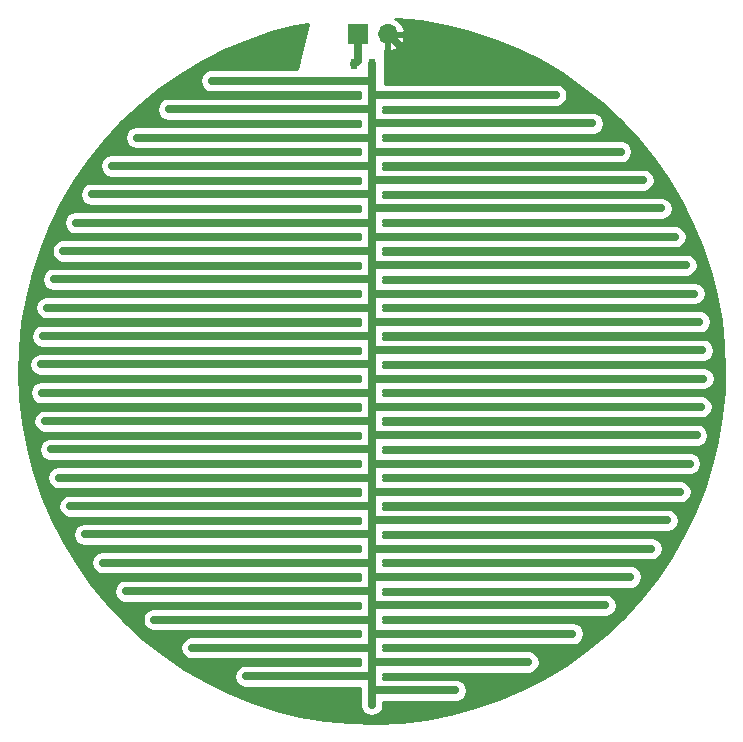
<source format=gbr>
G04 #@! TF.GenerationSoftware,KiCad,Pcbnew,(6.0.0-rc1-dev-135-gb4df06c)*
G04 #@! TF.CreationDate,2018-08-29T17:08:20+03:00*
G04 #@! TF.ProjectId,leaf-moist-sensor,6C6561662D6D6F6973742D73656E736F,rev?*
G04 #@! TF.SameCoordinates,Original*
G04 #@! TF.FileFunction,Copper,L1,Top,Signal*
G04 #@! TF.FilePolarity,Positive*
%FSLAX46Y46*%
G04 Gerber Fmt 4.6, Leading zero omitted, Abs format (unit mm)*
G04 Created by KiCad (PCBNEW (6.0.0-rc1-dev-135-gb4df06c)) date 2018 August 29, Wednesday 17:08:20*
%MOMM*%
%LPD*%
G01*
G04 APERTURE LIST*
G04 #@! TA.AperFunction,SMDPad,CuDef*
%ADD10R,0.500000X0.900000*%
G04 #@! TD*
G04 #@! TA.AperFunction,ComponentPad*
%ADD11O,1.700000X1.700000*%
G04 #@! TD*
G04 #@! TA.AperFunction,ComponentPad*
%ADD12R,1.700000X1.700000*%
G04 #@! TD*
G04 #@! TA.AperFunction,Conductor*
%ADD13C,0.250000*%
G04 #@! TD*
G04 #@! TA.AperFunction,Conductor*
%ADD14C,0.700000*%
G04 #@! TD*
G04 #@! TA.AperFunction,Conductor*
%ADD15C,0.254000*%
G04 #@! TD*
G04 APERTURE END LIST*
D10*
G04 #@! TO.P,R4,2*
G04 #@! TO.N,/EXCITATION*
X132550000Y-60400000D03*
G04 #@! TO.P,R4,1*
G04 #@! TO.N,/SENSOR_TRACK*
X134050000Y-60400000D03*
G04 #@! TD*
D11*
G04 #@! TO.P,P1,2*
G04 #@! TO.N,GND*
X135390000Y-57850000D03*
D12*
G04 #@! TO.P,P1,1*
G04 #@! TO.N,/EXCITATION*
X132850000Y-57850000D03*
G04 #@! TD*
D13*
G04 #@! TO.N,/EXCITATION*
X132550000Y-57550000D02*
X132850000Y-57250000D01*
D14*
X132850000Y-60100000D02*
X132550000Y-60400000D01*
X132850000Y-57850000D02*
X132850000Y-60100000D01*
G04 #@! TO.N,/SENSOR_TRACK*
X134050000Y-62500000D02*
X134050000Y-114600000D01*
X134100000Y-63000000D02*
X149627717Y-63000000D01*
X134100000Y-65400000D02*
X152733035Y-65400000D01*
X134100000Y-67800000D02*
X155117850Y-67800000D01*
X134100000Y-70200000D02*
X157008295Y-70200000D01*
X134100000Y-72600000D02*
X158519459Y-72600000D01*
X134100000Y-75000000D02*
X159718548Y-75000000D01*
X134100000Y-77400000D02*
X160647881Y-77400000D01*
X134100000Y-79800000D02*
X161335088Y-79800000D01*
X134100000Y-82200000D02*
X161798195Y-82200000D01*
X134100000Y-84600000D02*
X162048345Y-84600000D01*
X134100000Y-87000000D02*
X162091249Y-87000000D01*
X134100000Y-89400000D02*
X161927864Y-89400000D01*
X134100000Y-91800000D02*
X161554508Y-91800000D01*
X134100000Y-94200000D02*
X160962427Y-94200000D01*
X134100000Y-96600000D02*
X160136705Y-96600000D01*
X134100000Y-99000000D02*
X159054158Y-99000000D01*
X134100000Y-101400000D02*
X157679440Y-101400000D01*
X134100000Y-103800000D02*
X155957493Y-103800000D01*
X134100000Y-106200000D02*
X153797462Y-106200000D01*
X134100000Y-108600000D02*
X151032513Y-108600000D01*
X134100000Y-111000000D02*
X147287494Y-111000000D01*
X134100000Y-113400000D02*
X141142017Y-113400000D01*
X134050000Y-61800000D02*
X120494558Y-61800000D01*
X134050000Y-64200000D02*
X116857269Y-64200000D01*
X134050000Y-66600000D02*
X114152513Y-66600000D01*
X134050000Y-69000000D02*
X112033870Y-69000000D01*
X134050000Y-71400000D02*
X110343672Y-71400000D01*
X134050000Y-73800000D02*
X108995060Y-73800000D01*
X134050000Y-76200000D02*
X107935062Y-76200000D01*
X134050000Y-78600000D02*
X107129562Y-78600000D01*
X134050000Y-81000000D02*
X106556183Y-81000000D01*
X134050000Y-83400000D02*
X106200583Y-83400000D01*
X134050000Y-85800000D02*
X106054465Y-85800000D01*
X134050000Y-88200000D02*
X106114539Y-88200000D01*
X134050000Y-90600000D02*
X106382149Y-90600000D01*
X134050000Y-93000000D02*
X106863422Y-93000000D01*
X134050000Y-95400000D02*
X107570008Y-95400000D01*
X134050000Y-97800000D02*
X108520605Y-97800000D01*
X134050000Y-100200000D02*
X109743828Y-100200000D01*
X134050000Y-102600000D02*
X111283577Y-102600000D01*
X134050000Y-105000000D02*
X113209894Y-105000000D01*
X134050000Y-107400000D02*
X115643751Y-107400000D01*
X134050000Y-109800000D02*
X118826663Y-109800000D01*
X134050000Y-112200000D02*
X123410921Y-112200000D01*
X134100000Y-63000000D02*
X149627717Y-63000000D01*
X134100000Y-65400000D02*
X152733035Y-65400000D01*
X134100000Y-67800000D02*
X155117850Y-67800000D01*
X134100000Y-70200000D02*
X157008295Y-70200000D01*
X134100000Y-72600000D02*
X158519459Y-72600000D01*
X134100000Y-75000000D02*
X159718548Y-75000000D01*
X134100000Y-77400000D02*
X160647881Y-77400000D01*
X134100000Y-79800000D02*
X161335088Y-79800000D01*
X134100000Y-82200000D02*
X161798195Y-82200000D01*
X134100000Y-84600000D02*
X162048345Y-84600000D01*
X134100000Y-87000000D02*
X162091249Y-87000000D01*
X134100000Y-89400000D02*
X161927864Y-89400000D01*
X134100000Y-91800000D02*
X161554508Y-91800000D01*
X134100000Y-94200000D02*
X160962427Y-94200000D01*
X134100000Y-96600000D02*
X160136705Y-96600000D01*
X134100000Y-99000000D02*
X159054158Y-99000000D01*
X134100000Y-101400000D02*
X157679440Y-101400000D01*
X134100000Y-103800000D02*
X155957493Y-103800000D01*
X134100000Y-106200000D02*
X153797462Y-106200000D01*
X134100000Y-108600000D02*
X151032513Y-108600000D01*
X134100000Y-111000000D02*
X147287494Y-111000000D01*
X134100000Y-113400000D02*
X141142017Y-113400000D01*
X134050000Y-61800000D02*
X120494558Y-61800000D01*
X134050000Y-64200000D02*
X116857269Y-64200000D01*
X134050000Y-66600000D02*
X114152513Y-66600000D01*
X134050000Y-69000000D02*
X112033870Y-69000000D01*
X134050000Y-71400000D02*
X110343672Y-71400000D01*
X134050000Y-73800000D02*
X108995060Y-73800000D01*
X134050000Y-76200000D02*
X107935062Y-76200000D01*
X134050000Y-78600000D02*
X107129562Y-78600000D01*
X134050000Y-81000000D02*
X106556183Y-81000000D01*
X134050000Y-83400000D02*
X106200583Y-83400000D01*
X134050000Y-85800000D02*
X106054465Y-85800000D01*
X134050000Y-88200000D02*
X106114539Y-88200000D01*
X134050000Y-90600000D02*
X106382149Y-90600000D01*
X134050000Y-93000000D02*
X106863422Y-93000000D01*
X134050000Y-95400000D02*
X107570008Y-95400000D01*
X134050000Y-97800000D02*
X108520605Y-97800000D01*
X134050000Y-100200000D02*
X109743828Y-100200000D01*
X134050000Y-102600000D02*
X111283577Y-102600000D01*
X134050000Y-105000000D02*
X113209894Y-105000000D01*
X134050000Y-107400000D02*
X115643751Y-107400000D01*
X134050000Y-109800000D02*
X118826663Y-109800000D01*
X134050000Y-112200000D02*
X123410921Y-112200000D01*
X134050000Y-60400000D02*
X134050000Y-62500000D01*
G04 #@! TO.N,GND*
X136239999Y-58699999D02*
X136249999Y-58699999D01*
X135390000Y-57850000D02*
X136239999Y-58699999D01*
X136249999Y-58699999D02*
X136700000Y-59150000D01*
G04 #@! TD*
D15*
G04 #@! TO.N,GND*
G36*
X136080120Y-56521120D02*
X138204039Y-56742479D01*
X140306695Y-57115126D01*
X142377327Y-57637154D01*
X144405335Y-58305891D01*
X146380341Y-59117914D01*
X148292235Y-60069067D01*
X150131230Y-61154481D01*
X151887915Y-62368601D01*
X153553298Y-63705212D01*
X155118855Y-65157473D01*
X156576572Y-66717950D01*
X157918988Y-68378657D01*
X159139232Y-70131093D01*
X160231059Y-71966289D01*
X161188879Y-73874851D01*
X162007792Y-75847010D01*
X162683604Y-77872672D01*
X163212856Y-79941469D01*
X163592841Y-82042812D01*
X163821612Y-84165944D01*
X163898000Y-86300000D01*
X163848507Y-88018171D01*
X163649401Y-90144291D01*
X163298793Y-92250734D01*
X162798476Y-94326719D01*
X162151013Y-96361619D01*
X161359716Y-98345020D01*
X160428637Y-100266769D01*
X159362540Y-102117030D01*
X158166882Y-103886333D01*
X156847784Y-105565621D01*
X155411997Y-107146299D01*
X153866870Y-108620277D01*
X152220311Y-109980011D01*
X150480749Y-111218539D01*
X148657087Y-112329524D01*
X146758660Y-113307278D01*
X144795185Y-114146797D01*
X142776711Y-114843784D01*
X140713569Y-115394672D01*
X138616321Y-115796641D01*
X136495701Y-116047633D01*
X134362562Y-116146363D01*
X132227823Y-116092327D01*
X130102411Y-115885801D01*
X127997205Y-115527842D01*
X125922979Y-115020283D01*
X123890351Y-114365720D01*
X121909725Y-113567505D01*
X119991237Y-112629723D01*
X118144709Y-111557174D01*
X116379591Y-110355347D01*
X114704917Y-109030395D01*
X113129260Y-107589099D01*
X111660685Y-106038837D01*
X110306708Y-104387542D01*
X109074259Y-102643667D01*
X107969647Y-100816138D01*
X106998525Y-98914310D01*
X106165865Y-96947916D01*
X105475928Y-94927021D01*
X104932245Y-92861970D01*
X104537600Y-90763331D01*
X104294011Y-88641847D01*
X104202727Y-86508377D01*
X104264215Y-84373840D01*
X104478158Y-82249162D01*
X104843464Y-80145217D01*
X105358261Y-78072776D01*
X106019915Y-76042445D01*
X106825039Y-74064617D01*
X107769512Y-72149415D01*
X108848500Y-70306642D01*
X110056480Y-68545729D01*
X111387270Y-66875691D01*
X112834057Y-65305075D01*
X114389437Y-63841920D01*
X116045448Y-62493715D01*
X117793614Y-61267361D01*
X119624987Y-60169135D01*
X121530194Y-59204658D01*
X123499483Y-58378867D01*
X125522774Y-57695988D01*
X127589710Y-57159517D01*
X128687051Y-56957127D01*
X127744155Y-60823000D01*
X120398335Y-60823000D01*
X120113352Y-60879687D01*
X119790181Y-61095623D01*
X119574245Y-61418794D01*
X119498418Y-61800000D01*
X119574245Y-62181206D01*
X119790181Y-62504377D01*
X120113352Y-62720313D01*
X120398335Y-62777000D01*
X133073000Y-62777000D01*
X133073000Y-63223000D01*
X116761046Y-63223000D01*
X116476063Y-63279687D01*
X116152892Y-63495623D01*
X115936956Y-63818794D01*
X115861129Y-64200000D01*
X115936956Y-64581206D01*
X116152892Y-64904377D01*
X116476063Y-65120313D01*
X116761046Y-65177000D01*
X133073000Y-65177000D01*
X133073000Y-65623000D01*
X114056290Y-65623000D01*
X113771307Y-65679687D01*
X113448136Y-65895623D01*
X113232200Y-66218794D01*
X113156373Y-66600000D01*
X113232200Y-66981206D01*
X113448136Y-67304377D01*
X113771307Y-67520313D01*
X114056290Y-67577000D01*
X133073000Y-67577000D01*
X133073000Y-68023000D01*
X111937647Y-68023000D01*
X111652664Y-68079687D01*
X111329493Y-68295623D01*
X111113557Y-68618794D01*
X111037730Y-69000000D01*
X111113557Y-69381206D01*
X111329493Y-69704377D01*
X111652664Y-69920313D01*
X111937647Y-69977000D01*
X133073000Y-69977000D01*
X133073000Y-70423000D01*
X110247449Y-70423000D01*
X109962466Y-70479687D01*
X109639295Y-70695623D01*
X109423359Y-71018794D01*
X109347532Y-71400000D01*
X109423359Y-71781206D01*
X109639295Y-72104377D01*
X109962466Y-72320313D01*
X110247449Y-72377000D01*
X133073000Y-72377000D01*
X133073000Y-72823000D01*
X108898837Y-72823000D01*
X108613854Y-72879687D01*
X108290683Y-73095623D01*
X108074747Y-73418794D01*
X107998920Y-73800000D01*
X108074747Y-74181206D01*
X108290683Y-74504377D01*
X108613854Y-74720313D01*
X108898837Y-74777000D01*
X133073000Y-74777000D01*
X133073000Y-75223000D01*
X107838839Y-75223000D01*
X107553856Y-75279687D01*
X107230685Y-75495623D01*
X107014749Y-75818794D01*
X106938922Y-76200000D01*
X107014749Y-76581206D01*
X107230685Y-76904377D01*
X107553856Y-77120313D01*
X107838839Y-77177000D01*
X133073000Y-77177000D01*
X133073000Y-77623000D01*
X107033339Y-77623000D01*
X106748356Y-77679687D01*
X106425185Y-77895623D01*
X106209249Y-78218794D01*
X106133422Y-78600000D01*
X106209249Y-78981206D01*
X106425185Y-79304377D01*
X106748356Y-79520313D01*
X107033339Y-79577000D01*
X133073000Y-79577000D01*
X133073000Y-80023000D01*
X106459960Y-80023000D01*
X106174977Y-80079687D01*
X105851806Y-80295623D01*
X105635870Y-80618794D01*
X105560043Y-81000000D01*
X105635870Y-81381206D01*
X105851806Y-81704377D01*
X106174977Y-81920313D01*
X106459960Y-81977000D01*
X133073000Y-81977000D01*
X133073000Y-82423000D01*
X106104360Y-82423000D01*
X105819377Y-82479687D01*
X105496206Y-82695623D01*
X105280270Y-83018794D01*
X105204443Y-83400000D01*
X105280270Y-83781206D01*
X105496206Y-84104377D01*
X105819377Y-84320313D01*
X106104360Y-84377000D01*
X133073000Y-84377000D01*
X133073000Y-84823000D01*
X105958242Y-84823000D01*
X105673259Y-84879687D01*
X105350088Y-85095623D01*
X105134152Y-85418794D01*
X105058325Y-85800000D01*
X105134152Y-86181206D01*
X105350088Y-86504377D01*
X105673259Y-86720313D01*
X105958242Y-86777000D01*
X133073000Y-86777000D01*
X133073000Y-87223000D01*
X106018316Y-87223000D01*
X105733333Y-87279687D01*
X105410162Y-87495623D01*
X105194226Y-87818794D01*
X105118399Y-88200000D01*
X105194226Y-88581206D01*
X105410162Y-88904377D01*
X105733333Y-89120313D01*
X106018316Y-89177000D01*
X133073001Y-89177000D01*
X133073001Y-89623000D01*
X106285926Y-89623000D01*
X106000943Y-89679687D01*
X105677772Y-89895623D01*
X105461836Y-90218794D01*
X105386009Y-90600000D01*
X105461836Y-90981206D01*
X105677772Y-91304377D01*
X106000943Y-91520313D01*
X106285926Y-91577000D01*
X133073001Y-91577000D01*
X133073001Y-92023000D01*
X106767199Y-92023000D01*
X106482216Y-92079687D01*
X106159045Y-92295623D01*
X105943109Y-92618794D01*
X105867282Y-93000000D01*
X105943109Y-93381206D01*
X106159045Y-93704377D01*
X106482216Y-93920313D01*
X106767199Y-93977000D01*
X133073001Y-93977000D01*
X133073001Y-94423000D01*
X107473785Y-94423000D01*
X107188802Y-94479687D01*
X106865631Y-94695623D01*
X106649695Y-95018794D01*
X106573868Y-95400000D01*
X106649695Y-95781206D01*
X106865631Y-96104377D01*
X107188802Y-96320313D01*
X107473785Y-96377000D01*
X133073001Y-96377000D01*
X133073001Y-96823000D01*
X108424382Y-96823000D01*
X108139399Y-96879687D01*
X107816228Y-97095623D01*
X107600292Y-97418794D01*
X107524465Y-97800000D01*
X107600292Y-98181206D01*
X107816228Y-98504377D01*
X108139399Y-98720313D01*
X108424382Y-98777000D01*
X133073001Y-98777000D01*
X133073001Y-99223000D01*
X109647605Y-99223000D01*
X109362622Y-99279687D01*
X109039451Y-99495623D01*
X108823515Y-99818794D01*
X108747688Y-100200000D01*
X108823515Y-100581206D01*
X109039451Y-100904377D01*
X109362622Y-101120313D01*
X109647605Y-101177000D01*
X133073001Y-101177000D01*
X133073001Y-101623000D01*
X111187354Y-101623000D01*
X110902371Y-101679687D01*
X110579200Y-101895623D01*
X110363264Y-102218794D01*
X110287437Y-102600000D01*
X110363264Y-102981206D01*
X110579200Y-103304377D01*
X110902371Y-103520313D01*
X111187354Y-103577000D01*
X133073001Y-103577000D01*
X133073001Y-104023000D01*
X113113671Y-104023000D01*
X112828688Y-104079687D01*
X112505517Y-104295623D01*
X112289581Y-104618794D01*
X112213754Y-105000000D01*
X112289581Y-105381206D01*
X112505517Y-105704377D01*
X112828688Y-105920313D01*
X113113671Y-105977000D01*
X133073001Y-105977000D01*
X133073001Y-106423000D01*
X115547528Y-106423000D01*
X115262545Y-106479687D01*
X114939374Y-106695623D01*
X114723438Y-107018794D01*
X114647611Y-107400000D01*
X114723438Y-107781206D01*
X114939374Y-108104377D01*
X115262545Y-108320313D01*
X115547528Y-108377000D01*
X133073001Y-108377000D01*
X133073001Y-108823000D01*
X118730440Y-108823000D01*
X118445457Y-108879687D01*
X118122286Y-109095623D01*
X117906350Y-109418794D01*
X117830523Y-109800000D01*
X117906350Y-110181206D01*
X118122286Y-110504377D01*
X118445457Y-110720313D01*
X118730440Y-110777000D01*
X133073001Y-110777000D01*
X133073001Y-111223000D01*
X123314698Y-111223000D01*
X123029715Y-111279687D01*
X122706544Y-111495623D01*
X122490608Y-111818794D01*
X122414781Y-112200000D01*
X122490608Y-112581206D01*
X122706544Y-112904377D01*
X123029715Y-113120313D01*
X123314698Y-113177000D01*
X133073001Y-113177000D01*
X133073001Y-114696223D01*
X133129688Y-114981206D01*
X133345624Y-115304377D01*
X133668795Y-115520313D01*
X134050000Y-115596140D01*
X134431206Y-115520313D01*
X134754377Y-115304377D01*
X134970313Y-114981206D01*
X135027000Y-114696223D01*
X135027000Y-114377000D01*
X141238240Y-114377000D01*
X141523223Y-114320313D01*
X141846394Y-114104377D01*
X142062330Y-113781206D01*
X142138157Y-113400000D01*
X142062330Y-113018794D01*
X141846394Y-112695623D01*
X141523223Y-112479687D01*
X141238240Y-112423000D01*
X135027000Y-112423000D01*
X135027000Y-112296223D01*
X135046140Y-112200000D01*
X135027000Y-112103777D01*
X135027000Y-111977000D01*
X147383717Y-111977000D01*
X147668700Y-111920313D01*
X147991871Y-111704377D01*
X148207807Y-111381206D01*
X148283634Y-111000000D01*
X148207807Y-110618794D01*
X147991871Y-110295623D01*
X147668700Y-110079687D01*
X147383717Y-110023000D01*
X135027000Y-110023000D01*
X135027000Y-109896223D01*
X135046140Y-109800000D01*
X135027000Y-109703777D01*
X135027000Y-109577000D01*
X151128736Y-109577000D01*
X151413719Y-109520313D01*
X151736890Y-109304377D01*
X151952826Y-108981206D01*
X152028653Y-108600000D01*
X151952826Y-108218794D01*
X151736890Y-107895623D01*
X151413719Y-107679687D01*
X151128736Y-107623000D01*
X135027000Y-107623000D01*
X135027000Y-107496223D01*
X135046140Y-107400000D01*
X135027000Y-107303777D01*
X135027000Y-107177000D01*
X153893685Y-107177000D01*
X154178668Y-107120313D01*
X154501839Y-106904377D01*
X154717775Y-106581206D01*
X154793602Y-106200000D01*
X154717775Y-105818794D01*
X154501839Y-105495623D01*
X154178668Y-105279687D01*
X153893685Y-105223000D01*
X135027000Y-105223000D01*
X135027000Y-105096223D01*
X135046140Y-105000000D01*
X135027000Y-104903777D01*
X135027000Y-104777000D01*
X156053716Y-104777000D01*
X156338699Y-104720313D01*
X156661870Y-104504377D01*
X156877806Y-104181206D01*
X156953633Y-103800000D01*
X156877806Y-103418794D01*
X156661870Y-103095623D01*
X156338699Y-102879687D01*
X156053716Y-102823000D01*
X135027000Y-102823000D01*
X135027000Y-102696223D01*
X135046140Y-102600000D01*
X135027000Y-102503777D01*
X135027000Y-102377000D01*
X157775663Y-102377000D01*
X158060646Y-102320313D01*
X158383817Y-102104377D01*
X158599753Y-101781206D01*
X158675580Y-101400000D01*
X158599753Y-101018794D01*
X158383817Y-100695623D01*
X158060646Y-100479687D01*
X157775663Y-100423000D01*
X135027000Y-100423000D01*
X135027000Y-100296223D01*
X135046140Y-100200000D01*
X135027000Y-100103777D01*
X135027000Y-99977000D01*
X159150381Y-99977000D01*
X159435364Y-99920313D01*
X159758535Y-99704377D01*
X159974471Y-99381206D01*
X160050298Y-99000000D01*
X159974471Y-98618794D01*
X159758535Y-98295623D01*
X159435364Y-98079687D01*
X159150381Y-98023000D01*
X135027000Y-98023000D01*
X135027000Y-97896223D01*
X135046140Y-97800000D01*
X135027000Y-97703777D01*
X135027000Y-97577000D01*
X160232928Y-97577000D01*
X160517911Y-97520313D01*
X160841082Y-97304377D01*
X161057018Y-96981206D01*
X161132845Y-96600000D01*
X161057018Y-96218794D01*
X160841082Y-95895623D01*
X160517911Y-95679687D01*
X160232928Y-95623000D01*
X135027000Y-95623000D01*
X135027000Y-95496223D01*
X135046140Y-95400000D01*
X135027000Y-95303777D01*
X135027000Y-95177000D01*
X161058650Y-95177000D01*
X161343633Y-95120313D01*
X161666804Y-94904377D01*
X161882740Y-94581206D01*
X161958567Y-94200000D01*
X161882740Y-93818794D01*
X161666804Y-93495623D01*
X161343633Y-93279687D01*
X161058650Y-93223000D01*
X135027000Y-93223000D01*
X135027000Y-93096223D01*
X135046140Y-93000000D01*
X135027000Y-92903777D01*
X135027000Y-92777000D01*
X161650731Y-92777000D01*
X161935714Y-92720313D01*
X162258885Y-92504377D01*
X162474821Y-92181206D01*
X162550648Y-91800000D01*
X162474821Y-91418794D01*
X162258885Y-91095623D01*
X161935714Y-90879687D01*
X161650731Y-90823000D01*
X135027000Y-90823000D01*
X135027000Y-90696223D01*
X135046140Y-90600000D01*
X135027000Y-90503777D01*
X135027000Y-90377000D01*
X162024087Y-90377000D01*
X162309070Y-90320313D01*
X162632241Y-90104377D01*
X162848177Y-89781206D01*
X162924004Y-89400000D01*
X162848177Y-89018794D01*
X162632241Y-88695623D01*
X162309070Y-88479687D01*
X162024087Y-88423000D01*
X135027000Y-88423000D01*
X135027000Y-88296223D01*
X135046140Y-88200000D01*
X135027000Y-88103777D01*
X135027000Y-87977000D01*
X162187472Y-87977000D01*
X162472455Y-87920313D01*
X162795626Y-87704377D01*
X163011562Y-87381206D01*
X163087389Y-87000000D01*
X163011562Y-86618794D01*
X162795626Y-86295623D01*
X162472455Y-86079687D01*
X162187472Y-86023000D01*
X135027000Y-86023000D01*
X135027000Y-85896223D01*
X135046140Y-85800000D01*
X135027000Y-85703777D01*
X135027000Y-85577000D01*
X162144568Y-85577000D01*
X162429551Y-85520313D01*
X162752722Y-85304377D01*
X162968658Y-84981206D01*
X163044485Y-84600000D01*
X162968658Y-84218794D01*
X162752722Y-83895623D01*
X162429551Y-83679687D01*
X162144568Y-83623000D01*
X135027000Y-83623000D01*
X135027000Y-83496223D01*
X135046140Y-83400000D01*
X135027000Y-83303777D01*
X135027000Y-83177000D01*
X161894418Y-83177000D01*
X162179401Y-83120313D01*
X162502572Y-82904377D01*
X162718508Y-82581206D01*
X162794335Y-82200000D01*
X162718508Y-81818794D01*
X162502572Y-81495623D01*
X162179401Y-81279687D01*
X161894418Y-81223000D01*
X135027000Y-81223000D01*
X135027000Y-81096223D01*
X135046140Y-81000000D01*
X135027000Y-80903777D01*
X135027000Y-80777000D01*
X161431311Y-80777000D01*
X161716294Y-80720313D01*
X162039465Y-80504377D01*
X162255401Y-80181206D01*
X162331228Y-79800000D01*
X162255401Y-79418794D01*
X162039465Y-79095623D01*
X161716294Y-78879687D01*
X161431311Y-78823000D01*
X135027000Y-78823000D01*
X135027000Y-78696223D01*
X135046140Y-78600000D01*
X135027000Y-78503777D01*
X135027000Y-78377000D01*
X160744104Y-78377000D01*
X161029087Y-78320313D01*
X161352258Y-78104377D01*
X161568194Y-77781206D01*
X161644021Y-77400000D01*
X161568194Y-77018794D01*
X161352258Y-76695623D01*
X161029087Y-76479687D01*
X160744104Y-76423000D01*
X135027000Y-76423000D01*
X135027000Y-76296223D01*
X135046140Y-76200000D01*
X135027000Y-76103777D01*
X135027000Y-75977000D01*
X159814771Y-75977000D01*
X160099754Y-75920313D01*
X160422925Y-75704377D01*
X160638861Y-75381206D01*
X160714688Y-75000000D01*
X160638861Y-74618794D01*
X160422925Y-74295623D01*
X160099754Y-74079687D01*
X159814771Y-74023000D01*
X135027000Y-74023000D01*
X135027000Y-73896223D01*
X135046140Y-73800000D01*
X135027000Y-73703777D01*
X135027000Y-73577000D01*
X158615682Y-73577000D01*
X158900665Y-73520313D01*
X159223836Y-73304377D01*
X159439772Y-72981206D01*
X159515599Y-72600000D01*
X159439772Y-72218794D01*
X159223836Y-71895623D01*
X158900665Y-71679687D01*
X158615682Y-71623000D01*
X135027000Y-71623000D01*
X135027000Y-71496223D01*
X135046140Y-71400000D01*
X135027000Y-71303777D01*
X135027000Y-71177000D01*
X157104518Y-71177000D01*
X157389501Y-71120313D01*
X157712672Y-70904377D01*
X157928608Y-70581206D01*
X158004435Y-70200000D01*
X157928608Y-69818794D01*
X157712672Y-69495623D01*
X157389501Y-69279687D01*
X157104518Y-69223000D01*
X135027000Y-69223000D01*
X135027000Y-69096223D01*
X135046140Y-69000000D01*
X135027000Y-68903777D01*
X135027000Y-68777000D01*
X155214073Y-68777000D01*
X155499056Y-68720313D01*
X155822227Y-68504377D01*
X156038163Y-68181206D01*
X156113990Y-67800000D01*
X156038163Y-67418794D01*
X155822227Y-67095623D01*
X155499056Y-66879687D01*
X155214073Y-66823000D01*
X135027000Y-66823000D01*
X135027000Y-66696223D01*
X135046140Y-66600000D01*
X135027000Y-66503777D01*
X135027000Y-66377000D01*
X152829258Y-66377000D01*
X153114241Y-66320313D01*
X153437412Y-66104377D01*
X153653348Y-65781206D01*
X153729175Y-65400000D01*
X153653348Y-65018794D01*
X153437412Y-64695623D01*
X153114241Y-64479687D01*
X152829258Y-64423000D01*
X135027000Y-64423000D01*
X135027000Y-64296223D01*
X135046140Y-64200000D01*
X135027000Y-64103777D01*
X135027000Y-63977000D01*
X149723940Y-63977000D01*
X150008923Y-63920313D01*
X150332094Y-63704377D01*
X150548030Y-63381206D01*
X150623857Y-63000000D01*
X150548030Y-62618794D01*
X150332094Y-62295623D01*
X150008923Y-62079687D01*
X149723940Y-62023000D01*
X135151030Y-62023000D01*
X135167333Y-61998601D01*
X135177000Y-61950000D01*
X135177000Y-59215540D01*
X135263000Y-59170155D01*
X135263000Y-57977000D01*
X135517000Y-57977000D01*
X135517000Y-59170155D01*
X135746890Y-59291476D01*
X136156924Y-59121645D01*
X136585183Y-58731358D01*
X136831486Y-58206892D01*
X136710819Y-57977000D01*
X135517000Y-57977000D01*
X135263000Y-57977000D01*
X135243000Y-57977000D01*
X135243000Y-57723000D01*
X135263000Y-57723000D01*
X135263000Y-57703000D01*
X135517000Y-57703000D01*
X135517000Y-57723000D01*
X136710819Y-57723000D01*
X136831486Y-57493108D01*
X136585183Y-56968642D01*
X136156924Y-56578355D01*
X136013546Y-56518970D01*
X136080120Y-56521120D01*
X136080120Y-56521120D01*
G37*
X136080120Y-56521120D02*
X138204039Y-56742479D01*
X140306695Y-57115126D01*
X142377327Y-57637154D01*
X144405335Y-58305891D01*
X146380341Y-59117914D01*
X148292235Y-60069067D01*
X150131230Y-61154481D01*
X151887915Y-62368601D01*
X153553298Y-63705212D01*
X155118855Y-65157473D01*
X156576572Y-66717950D01*
X157918988Y-68378657D01*
X159139232Y-70131093D01*
X160231059Y-71966289D01*
X161188879Y-73874851D01*
X162007792Y-75847010D01*
X162683604Y-77872672D01*
X163212856Y-79941469D01*
X163592841Y-82042812D01*
X163821612Y-84165944D01*
X163898000Y-86300000D01*
X163848507Y-88018171D01*
X163649401Y-90144291D01*
X163298793Y-92250734D01*
X162798476Y-94326719D01*
X162151013Y-96361619D01*
X161359716Y-98345020D01*
X160428637Y-100266769D01*
X159362540Y-102117030D01*
X158166882Y-103886333D01*
X156847784Y-105565621D01*
X155411997Y-107146299D01*
X153866870Y-108620277D01*
X152220311Y-109980011D01*
X150480749Y-111218539D01*
X148657087Y-112329524D01*
X146758660Y-113307278D01*
X144795185Y-114146797D01*
X142776711Y-114843784D01*
X140713569Y-115394672D01*
X138616321Y-115796641D01*
X136495701Y-116047633D01*
X134362562Y-116146363D01*
X132227823Y-116092327D01*
X130102411Y-115885801D01*
X127997205Y-115527842D01*
X125922979Y-115020283D01*
X123890351Y-114365720D01*
X121909725Y-113567505D01*
X119991237Y-112629723D01*
X118144709Y-111557174D01*
X116379591Y-110355347D01*
X114704917Y-109030395D01*
X113129260Y-107589099D01*
X111660685Y-106038837D01*
X110306708Y-104387542D01*
X109074259Y-102643667D01*
X107969647Y-100816138D01*
X106998525Y-98914310D01*
X106165865Y-96947916D01*
X105475928Y-94927021D01*
X104932245Y-92861970D01*
X104537600Y-90763331D01*
X104294011Y-88641847D01*
X104202727Y-86508377D01*
X104264215Y-84373840D01*
X104478158Y-82249162D01*
X104843464Y-80145217D01*
X105358261Y-78072776D01*
X106019915Y-76042445D01*
X106825039Y-74064617D01*
X107769512Y-72149415D01*
X108848500Y-70306642D01*
X110056480Y-68545729D01*
X111387270Y-66875691D01*
X112834057Y-65305075D01*
X114389437Y-63841920D01*
X116045448Y-62493715D01*
X117793614Y-61267361D01*
X119624987Y-60169135D01*
X121530194Y-59204658D01*
X123499483Y-58378867D01*
X125522774Y-57695988D01*
X127589710Y-57159517D01*
X128687051Y-56957127D01*
X127744155Y-60823000D01*
X120398335Y-60823000D01*
X120113352Y-60879687D01*
X119790181Y-61095623D01*
X119574245Y-61418794D01*
X119498418Y-61800000D01*
X119574245Y-62181206D01*
X119790181Y-62504377D01*
X120113352Y-62720313D01*
X120398335Y-62777000D01*
X133073000Y-62777000D01*
X133073000Y-63223000D01*
X116761046Y-63223000D01*
X116476063Y-63279687D01*
X116152892Y-63495623D01*
X115936956Y-63818794D01*
X115861129Y-64200000D01*
X115936956Y-64581206D01*
X116152892Y-64904377D01*
X116476063Y-65120313D01*
X116761046Y-65177000D01*
X133073000Y-65177000D01*
X133073000Y-65623000D01*
X114056290Y-65623000D01*
X113771307Y-65679687D01*
X113448136Y-65895623D01*
X113232200Y-66218794D01*
X113156373Y-66600000D01*
X113232200Y-66981206D01*
X113448136Y-67304377D01*
X113771307Y-67520313D01*
X114056290Y-67577000D01*
X133073000Y-67577000D01*
X133073000Y-68023000D01*
X111937647Y-68023000D01*
X111652664Y-68079687D01*
X111329493Y-68295623D01*
X111113557Y-68618794D01*
X111037730Y-69000000D01*
X111113557Y-69381206D01*
X111329493Y-69704377D01*
X111652664Y-69920313D01*
X111937647Y-69977000D01*
X133073000Y-69977000D01*
X133073000Y-70423000D01*
X110247449Y-70423000D01*
X109962466Y-70479687D01*
X109639295Y-70695623D01*
X109423359Y-71018794D01*
X109347532Y-71400000D01*
X109423359Y-71781206D01*
X109639295Y-72104377D01*
X109962466Y-72320313D01*
X110247449Y-72377000D01*
X133073000Y-72377000D01*
X133073000Y-72823000D01*
X108898837Y-72823000D01*
X108613854Y-72879687D01*
X108290683Y-73095623D01*
X108074747Y-73418794D01*
X107998920Y-73800000D01*
X108074747Y-74181206D01*
X108290683Y-74504377D01*
X108613854Y-74720313D01*
X108898837Y-74777000D01*
X133073000Y-74777000D01*
X133073000Y-75223000D01*
X107838839Y-75223000D01*
X107553856Y-75279687D01*
X107230685Y-75495623D01*
X107014749Y-75818794D01*
X106938922Y-76200000D01*
X107014749Y-76581206D01*
X107230685Y-76904377D01*
X107553856Y-77120313D01*
X107838839Y-77177000D01*
X133073000Y-77177000D01*
X133073000Y-77623000D01*
X107033339Y-77623000D01*
X106748356Y-77679687D01*
X106425185Y-77895623D01*
X106209249Y-78218794D01*
X106133422Y-78600000D01*
X106209249Y-78981206D01*
X106425185Y-79304377D01*
X106748356Y-79520313D01*
X107033339Y-79577000D01*
X133073000Y-79577000D01*
X133073000Y-80023000D01*
X106459960Y-80023000D01*
X106174977Y-80079687D01*
X105851806Y-80295623D01*
X105635870Y-80618794D01*
X105560043Y-81000000D01*
X105635870Y-81381206D01*
X105851806Y-81704377D01*
X106174977Y-81920313D01*
X106459960Y-81977000D01*
X133073000Y-81977000D01*
X133073000Y-82423000D01*
X106104360Y-82423000D01*
X105819377Y-82479687D01*
X105496206Y-82695623D01*
X105280270Y-83018794D01*
X105204443Y-83400000D01*
X105280270Y-83781206D01*
X105496206Y-84104377D01*
X105819377Y-84320313D01*
X106104360Y-84377000D01*
X133073000Y-84377000D01*
X133073000Y-84823000D01*
X105958242Y-84823000D01*
X105673259Y-84879687D01*
X105350088Y-85095623D01*
X105134152Y-85418794D01*
X105058325Y-85800000D01*
X105134152Y-86181206D01*
X105350088Y-86504377D01*
X105673259Y-86720313D01*
X105958242Y-86777000D01*
X133073000Y-86777000D01*
X133073000Y-87223000D01*
X106018316Y-87223000D01*
X105733333Y-87279687D01*
X105410162Y-87495623D01*
X105194226Y-87818794D01*
X105118399Y-88200000D01*
X105194226Y-88581206D01*
X105410162Y-88904377D01*
X105733333Y-89120313D01*
X106018316Y-89177000D01*
X133073001Y-89177000D01*
X133073001Y-89623000D01*
X106285926Y-89623000D01*
X106000943Y-89679687D01*
X105677772Y-89895623D01*
X105461836Y-90218794D01*
X105386009Y-90600000D01*
X105461836Y-90981206D01*
X105677772Y-91304377D01*
X106000943Y-91520313D01*
X106285926Y-91577000D01*
X133073001Y-91577000D01*
X133073001Y-92023000D01*
X106767199Y-92023000D01*
X106482216Y-92079687D01*
X106159045Y-92295623D01*
X105943109Y-92618794D01*
X105867282Y-93000000D01*
X105943109Y-93381206D01*
X106159045Y-93704377D01*
X106482216Y-93920313D01*
X106767199Y-93977000D01*
X133073001Y-93977000D01*
X133073001Y-94423000D01*
X107473785Y-94423000D01*
X107188802Y-94479687D01*
X106865631Y-94695623D01*
X106649695Y-95018794D01*
X106573868Y-95400000D01*
X106649695Y-95781206D01*
X106865631Y-96104377D01*
X107188802Y-96320313D01*
X107473785Y-96377000D01*
X133073001Y-96377000D01*
X133073001Y-96823000D01*
X108424382Y-96823000D01*
X108139399Y-96879687D01*
X107816228Y-97095623D01*
X107600292Y-97418794D01*
X107524465Y-97800000D01*
X107600292Y-98181206D01*
X107816228Y-98504377D01*
X108139399Y-98720313D01*
X108424382Y-98777000D01*
X133073001Y-98777000D01*
X133073001Y-99223000D01*
X109647605Y-99223000D01*
X109362622Y-99279687D01*
X109039451Y-99495623D01*
X108823515Y-99818794D01*
X108747688Y-100200000D01*
X108823515Y-100581206D01*
X109039451Y-100904377D01*
X109362622Y-101120313D01*
X109647605Y-101177000D01*
X133073001Y-101177000D01*
X133073001Y-101623000D01*
X111187354Y-101623000D01*
X110902371Y-101679687D01*
X110579200Y-101895623D01*
X110363264Y-102218794D01*
X110287437Y-102600000D01*
X110363264Y-102981206D01*
X110579200Y-103304377D01*
X110902371Y-103520313D01*
X111187354Y-103577000D01*
X133073001Y-103577000D01*
X133073001Y-104023000D01*
X113113671Y-104023000D01*
X112828688Y-104079687D01*
X112505517Y-104295623D01*
X112289581Y-104618794D01*
X112213754Y-105000000D01*
X112289581Y-105381206D01*
X112505517Y-105704377D01*
X112828688Y-105920313D01*
X113113671Y-105977000D01*
X133073001Y-105977000D01*
X133073001Y-106423000D01*
X115547528Y-106423000D01*
X115262545Y-106479687D01*
X114939374Y-106695623D01*
X114723438Y-107018794D01*
X114647611Y-107400000D01*
X114723438Y-107781206D01*
X114939374Y-108104377D01*
X115262545Y-108320313D01*
X115547528Y-108377000D01*
X133073001Y-108377000D01*
X133073001Y-108823000D01*
X118730440Y-108823000D01*
X118445457Y-108879687D01*
X118122286Y-109095623D01*
X117906350Y-109418794D01*
X117830523Y-109800000D01*
X117906350Y-110181206D01*
X118122286Y-110504377D01*
X118445457Y-110720313D01*
X118730440Y-110777000D01*
X133073001Y-110777000D01*
X133073001Y-111223000D01*
X123314698Y-111223000D01*
X123029715Y-111279687D01*
X122706544Y-111495623D01*
X122490608Y-111818794D01*
X122414781Y-112200000D01*
X122490608Y-112581206D01*
X122706544Y-112904377D01*
X123029715Y-113120313D01*
X123314698Y-113177000D01*
X133073001Y-113177000D01*
X133073001Y-114696223D01*
X133129688Y-114981206D01*
X133345624Y-115304377D01*
X133668795Y-115520313D01*
X134050000Y-115596140D01*
X134431206Y-115520313D01*
X134754377Y-115304377D01*
X134970313Y-114981206D01*
X135027000Y-114696223D01*
X135027000Y-114377000D01*
X141238240Y-114377000D01*
X141523223Y-114320313D01*
X141846394Y-114104377D01*
X142062330Y-113781206D01*
X142138157Y-113400000D01*
X142062330Y-113018794D01*
X141846394Y-112695623D01*
X141523223Y-112479687D01*
X141238240Y-112423000D01*
X135027000Y-112423000D01*
X135027000Y-112296223D01*
X135046140Y-112200000D01*
X135027000Y-112103777D01*
X135027000Y-111977000D01*
X147383717Y-111977000D01*
X147668700Y-111920313D01*
X147991871Y-111704377D01*
X148207807Y-111381206D01*
X148283634Y-111000000D01*
X148207807Y-110618794D01*
X147991871Y-110295623D01*
X147668700Y-110079687D01*
X147383717Y-110023000D01*
X135027000Y-110023000D01*
X135027000Y-109896223D01*
X135046140Y-109800000D01*
X135027000Y-109703777D01*
X135027000Y-109577000D01*
X151128736Y-109577000D01*
X151413719Y-109520313D01*
X151736890Y-109304377D01*
X151952826Y-108981206D01*
X152028653Y-108600000D01*
X151952826Y-108218794D01*
X151736890Y-107895623D01*
X151413719Y-107679687D01*
X151128736Y-107623000D01*
X135027000Y-107623000D01*
X135027000Y-107496223D01*
X135046140Y-107400000D01*
X135027000Y-107303777D01*
X135027000Y-107177000D01*
X153893685Y-107177000D01*
X154178668Y-107120313D01*
X154501839Y-106904377D01*
X154717775Y-106581206D01*
X154793602Y-106200000D01*
X154717775Y-105818794D01*
X154501839Y-105495623D01*
X154178668Y-105279687D01*
X153893685Y-105223000D01*
X135027000Y-105223000D01*
X135027000Y-105096223D01*
X135046140Y-105000000D01*
X135027000Y-104903777D01*
X135027000Y-104777000D01*
X156053716Y-104777000D01*
X156338699Y-104720313D01*
X156661870Y-104504377D01*
X156877806Y-104181206D01*
X156953633Y-103800000D01*
X156877806Y-103418794D01*
X156661870Y-103095623D01*
X156338699Y-102879687D01*
X156053716Y-102823000D01*
X135027000Y-102823000D01*
X135027000Y-102696223D01*
X135046140Y-102600000D01*
X135027000Y-102503777D01*
X135027000Y-102377000D01*
X157775663Y-102377000D01*
X158060646Y-102320313D01*
X158383817Y-102104377D01*
X158599753Y-101781206D01*
X158675580Y-101400000D01*
X158599753Y-101018794D01*
X158383817Y-100695623D01*
X158060646Y-100479687D01*
X157775663Y-100423000D01*
X135027000Y-100423000D01*
X135027000Y-100296223D01*
X135046140Y-100200000D01*
X135027000Y-100103777D01*
X135027000Y-99977000D01*
X159150381Y-99977000D01*
X159435364Y-99920313D01*
X159758535Y-99704377D01*
X159974471Y-99381206D01*
X160050298Y-99000000D01*
X159974471Y-98618794D01*
X159758535Y-98295623D01*
X159435364Y-98079687D01*
X159150381Y-98023000D01*
X135027000Y-98023000D01*
X135027000Y-97896223D01*
X135046140Y-97800000D01*
X135027000Y-97703777D01*
X135027000Y-97577000D01*
X160232928Y-97577000D01*
X160517911Y-97520313D01*
X160841082Y-97304377D01*
X161057018Y-96981206D01*
X161132845Y-96600000D01*
X161057018Y-96218794D01*
X160841082Y-95895623D01*
X160517911Y-95679687D01*
X160232928Y-95623000D01*
X135027000Y-95623000D01*
X135027000Y-95496223D01*
X135046140Y-95400000D01*
X135027000Y-95303777D01*
X135027000Y-95177000D01*
X161058650Y-95177000D01*
X161343633Y-95120313D01*
X161666804Y-94904377D01*
X161882740Y-94581206D01*
X161958567Y-94200000D01*
X161882740Y-93818794D01*
X161666804Y-93495623D01*
X161343633Y-93279687D01*
X161058650Y-93223000D01*
X135027000Y-93223000D01*
X135027000Y-93096223D01*
X135046140Y-93000000D01*
X135027000Y-92903777D01*
X135027000Y-92777000D01*
X161650731Y-92777000D01*
X161935714Y-92720313D01*
X162258885Y-92504377D01*
X162474821Y-92181206D01*
X162550648Y-91800000D01*
X162474821Y-91418794D01*
X162258885Y-91095623D01*
X161935714Y-90879687D01*
X161650731Y-90823000D01*
X135027000Y-90823000D01*
X135027000Y-90696223D01*
X135046140Y-90600000D01*
X135027000Y-90503777D01*
X135027000Y-90377000D01*
X162024087Y-90377000D01*
X162309070Y-90320313D01*
X162632241Y-90104377D01*
X162848177Y-89781206D01*
X162924004Y-89400000D01*
X162848177Y-89018794D01*
X162632241Y-88695623D01*
X162309070Y-88479687D01*
X162024087Y-88423000D01*
X135027000Y-88423000D01*
X135027000Y-88296223D01*
X135046140Y-88200000D01*
X135027000Y-88103777D01*
X135027000Y-87977000D01*
X162187472Y-87977000D01*
X162472455Y-87920313D01*
X162795626Y-87704377D01*
X163011562Y-87381206D01*
X163087389Y-87000000D01*
X163011562Y-86618794D01*
X162795626Y-86295623D01*
X162472455Y-86079687D01*
X162187472Y-86023000D01*
X135027000Y-86023000D01*
X135027000Y-85896223D01*
X135046140Y-85800000D01*
X135027000Y-85703777D01*
X135027000Y-85577000D01*
X162144568Y-85577000D01*
X162429551Y-85520313D01*
X162752722Y-85304377D01*
X162968658Y-84981206D01*
X163044485Y-84600000D01*
X162968658Y-84218794D01*
X162752722Y-83895623D01*
X162429551Y-83679687D01*
X162144568Y-83623000D01*
X135027000Y-83623000D01*
X135027000Y-83496223D01*
X135046140Y-83400000D01*
X135027000Y-83303777D01*
X135027000Y-83177000D01*
X161894418Y-83177000D01*
X162179401Y-83120313D01*
X162502572Y-82904377D01*
X162718508Y-82581206D01*
X162794335Y-82200000D01*
X162718508Y-81818794D01*
X162502572Y-81495623D01*
X162179401Y-81279687D01*
X161894418Y-81223000D01*
X135027000Y-81223000D01*
X135027000Y-81096223D01*
X135046140Y-81000000D01*
X135027000Y-80903777D01*
X135027000Y-80777000D01*
X161431311Y-80777000D01*
X161716294Y-80720313D01*
X162039465Y-80504377D01*
X162255401Y-80181206D01*
X162331228Y-79800000D01*
X162255401Y-79418794D01*
X162039465Y-79095623D01*
X161716294Y-78879687D01*
X161431311Y-78823000D01*
X135027000Y-78823000D01*
X135027000Y-78696223D01*
X135046140Y-78600000D01*
X135027000Y-78503777D01*
X135027000Y-78377000D01*
X160744104Y-78377000D01*
X161029087Y-78320313D01*
X161352258Y-78104377D01*
X161568194Y-77781206D01*
X161644021Y-77400000D01*
X161568194Y-77018794D01*
X161352258Y-76695623D01*
X161029087Y-76479687D01*
X160744104Y-76423000D01*
X135027000Y-76423000D01*
X135027000Y-76296223D01*
X135046140Y-76200000D01*
X135027000Y-76103777D01*
X135027000Y-75977000D01*
X159814771Y-75977000D01*
X160099754Y-75920313D01*
X160422925Y-75704377D01*
X160638861Y-75381206D01*
X160714688Y-75000000D01*
X160638861Y-74618794D01*
X160422925Y-74295623D01*
X160099754Y-74079687D01*
X159814771Y-74023000D01*
X135027000Y-74023000D01*
X135027000Y-73896223D01*
X135046140Y-73800000D01*
X135027000Y-73703777D01*
X135027000Y-73577000D01*
X158615682Y-73577000D01*
X158900665Y-73520313D01*
X159223836Y-73304377D01*
X159439772Y-72981206D01*
X159515599Y-72600000D01*
X159439772Y-72218794D01*
X159223836Y-71895623D01*
X158900665Y-71679687D01*
X158615682Y-71623000D01*
X135027000Y-71623000D01*
X135027000Y-71496223D01*
X135046140Y-71400000D01*
X135027000Y-71303777D01*
X135027000Y-71177000D01*
X157104518Y-71177000D01*
X157389501Y-71120313D01*
X157712672Y-70904377D01*
X157928608Y-70581206D01*
X158004435Y-70200000D01*
X157928608Y-69818794D01*
X157712672Y-69495623D01*
X157389501Y-69279687D01*
X157104518Y-69223000D01*
X135027000Y-69223000D01*
X135027000Y-69096223D01*
X135046140Y-69000000D01*
X135027000Y-68903777D01*
X135027000Y-68777000D01*
X155214073Y-68777000D01*
X155499056Y-68720313D01*
X155822227Y-68504377D01*
X156038163Y-68181206D01*
X156113990Y-67800000D01*
X156038163Y-67418794D01*
X155822227Y-67095623D01*
X155499056Y-66879687D01*
X155214073Y-66823000D01*
X135027000Y-66823000D01*
X135027000Y-66696223D01*
X135046140Y-66600000D01*
X135027000Y-66503777D01*
X135027000Y-66377000D01*
X152829258Y-66377000D01*
X153114241Y-66320313D01*
X153437412Y-66104377D01*
X153653348Y-65781206D01*
X153729175Y-65400000D01*
X153653348Y-65018794D01*
X153437412Y-64695623D01*
X153114241Y-64479687D01*
X152829258Y-64423000D01*
X135027000Y-64423000D01*
X135027000Y-64296223D01*
X135046140Y-64200000D01*
X135027000Y-64103777D01*
X135027000Y-63977000D01*
X149723940Y-63977000D01*
X150008923Y-63920313D01*
X150332094Y-63704377D01*
X150548030Y-63381206D01*
X150623857Y-63000000D01*
X150548030Y-62618794D01*
X150332094Y-62295623D01*
X150008923Y-62079687D01*
X149723940Y-62023000D01*
X135151030Y-62023000D01*
X135167333Y-61998601D01*
X135177000Y-61950000D01*
X135177000Y-59215540D01*
X135263000Y-59170155D01*
X135263000Y-57977000D01*
X135517000Y-57977000D01*
X135517000Y-59170155D01*
X135746890Y-59291476D01*
X136156924Y-59121645D01*
X136585183Y-58731358D01*
X136831486Y-58206892D01*
X136710819Y-57977000D01*
X135517000Y-57977000D01*
X135263000Y-57977000D01*
X135243000Y-57977000D01*
X135243000Y-57723000D01*
X135263000Y-57723000D01*
X135263000Y-57703000D01*
X135517000Y-57703000D01*
X135517000Y-57723000D01*
X136710819Y-57723000D01*
X136831486Y-57493108D01*
X136585183Y-56968642D01*
X136156924Y-56578355D01*
X136013546Y-56518970D01*
X136080120Y-56521120D01*
G04 #@! TD*
M02*

</source>
